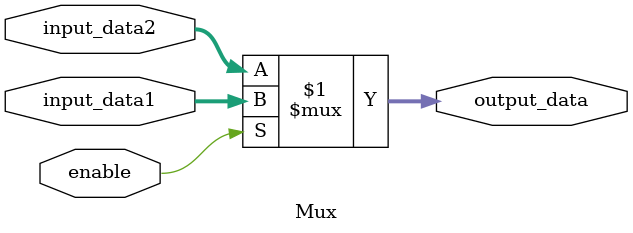
<source format=v>
module Mux(
	input enable,
	input [31:0] input_data1,
	input [31:0] input_data2,
	output [31:0] output_data
);

assign output_data = (enable) ? input_data1 : input_data2;

endmodule
</source>
